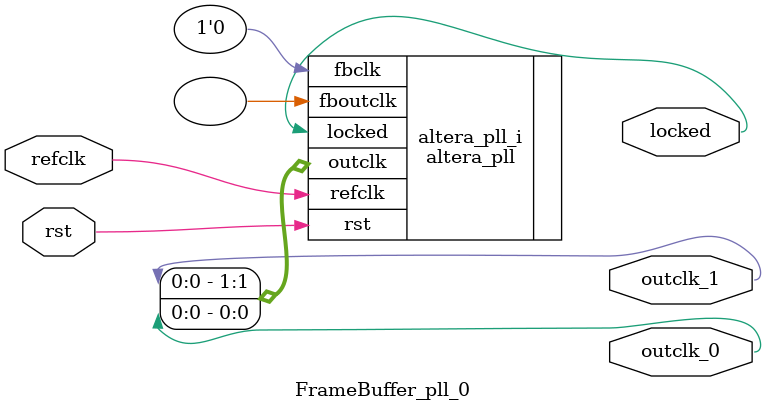
<source format=v>
`timescale 1ns/10ps
module  FrameBuffer_pll_0(

	// interface 'refclk'
	input wire refclk,

	// interface 'reset'
	input wire rst,

	// interface 'outclk0'
	output wire outclk_0,

	// interface 'outclk1'
	output wire outclk_1,

	// interface 'locked'
	output wire locked
);

	altera_pll #(
		.fractional_vco_multiplier("false"),
		.reference_clock_frequency("50.0 MHz"),
		.operation_mode("direct"),
		.number_of_clocks(2),
		.output_clock_frequency0("143.000000 MHz"),
		.phase_shift0("0 ps"),
		.duty_cycle0(50),
		.output_clock_frequency1("143.000000 MHz"),
		.phase_shift1("-2972 ps"),
		.duty_cycle1(50),
		.output_clock_frequency2("0 MHz"),
		.phase_shift2("0 ps"),
		.duty_cycle2(50),
		.output_clock_frequency3("0 MHz"),
		.phase_shift3("0 ps"),
		.duty_cycle3(50),
		.output_clock_frequency4("0 MHz"),
		.phase_shift4("0 ps"),
		.duty_cycle4(50),
		.output_clock_frequency5("0 MHz"),
		.phase_shift5("0 ps"),
		.duty_cycle5(50),
		.output_clock_frequency6("0 MHz"),
		.phase_shift6("0 ps"),
		.duty_cycle6(50),
		.output_clock_frequency7("0 MHz"),
		.phase_shift7("0 ps"),
		.duty_cycle7(50),
		.output_clock_frequency8("0 MHz"),
		.phase_shift8("0 ps"),
		.duty_cycle8(50),
		.output_clock_frequency9("0 MHz"),
		.phase_shift9("0 ps"),
		.duty_cycle9(50),
		.output_clock_frequency10("0 MHz"),
		.phase_shift10("0 ps"),
		.duty_cycle10(50),
		.output_clock_frequency11("0 MHz"),
		.phase_shift11("0 ps"),
		.duty_cycle11(50),
		.output_clock_frequency12("0 MHz"),
		.phase_shift12("0 ps"),
		.duty_cycle12(50),
		.output_clock_frequency13("0 MHz"),
		.phase_shift13("0 ps"),
		.duty_cycle13(50),
		.output_clock_frequency14("0 MHz"),
		.phase_shift14("0 ps"),
		.duty_cycle14(50),
		.output_clock_frequency15("0 MHz"),
		.phase_shift15("0 ps"),
		.duty_cycle15(50),
		.output_clock_frequency16("0 MHz"),
		.phase_shift16("0 ps"),
		.duty_cycle16(50),
		.output_clock_frequency17("0 MHz"),
		.phase_shift17("0 ps"),
		.duty_cycle17(50),
		.pll_type("General"),
		.pll_subtype("General")
	) altera_pll_i (
		.rst	(rst),
		.outclk	({outclk_1, outclk_0}),
		.locked	(locked),
		.fboutclk	( ),
		.fbclk	(1'b0),
		.refclk	(refclk)
	);
endmodule


</source>
